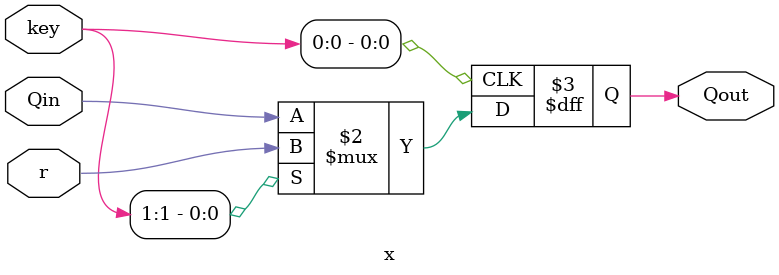
<source format=v>
module top_module (
	input [2:0] SW,      // R
	input [1:0] KEY,     // L and clk
	output [2:0] LEDR);  // Q
    
    x x1(LEDR[2], SW[0], KEY, LEDR[0]);
    x x2(LEDR[0], SW[1], KEY, LEDR[1]);
    x x3(LEDR[1]^LEDR[2], SW[2], KEY, LEDR[2]);

endmodule
module x(
    input Qin,
    input r,
    input [1:0] key,
    output reg Qout);
    always @(posedge key[0])begin
        Qout <= key[1]?r:Qin;
    end
endmodule
    

</source>
